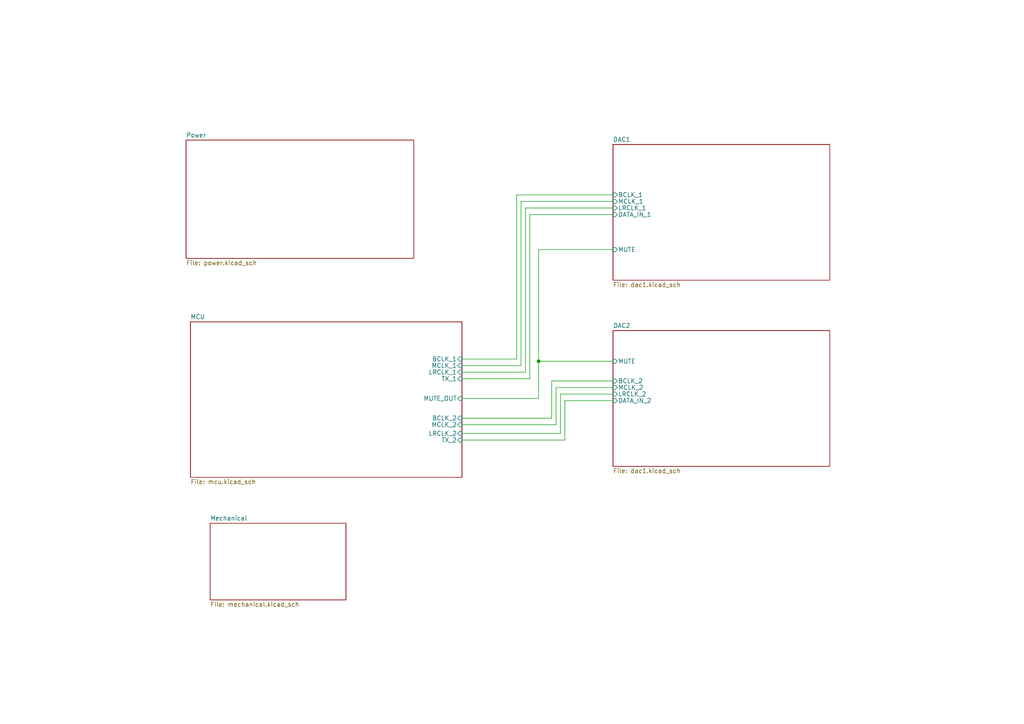
<source format=kicad_sch>
(kicad_sch (version 20230121) (generator eeschema)
  (paper "A4")
  (lib_symbols)
  (junction (at 156.21 104.775))
  (wire (pts (xy 161.29 123.19) (xy 161.29 112.395)))
  (wire (pts (xy 160.02 110.49) (xy 177.8 110.49)))
  (wire (pts (xy 133.985 123.19) (xy 161.29 123.19)))
  (wire (pts (xy 152.4 107.95) (xy 152.4 60.325)))
  (wire (pts (xy 156.21 104.775) (xy 177.8 104.775)))
  (wire (pts (xy 153.67 109.855) (xy 153.67 62.23)))
  (wire (pts (xy 152.4 60.325) (xy 177.8 60.325)))
  (wire (pts (xy 160.02 121.285) (xy 160.02 110.49)))
  (wire (pts (xy 163.83 116.205) (xy 177.8 116.205)))
  (wire (pts (xy 133.985 109.855) (xy 153.67 109.855)))
  (wire (pts (xy 162.56 125.73) (xy 162.56 114.3)))
  (wire (pts (xy 133.985 121.285) (xy 160.02 121.285)))
  (wire (pts (xy 133.985 107.95) (xy 152.4 107.95)))
  (wire (pts (xy 162.56 114.3) (xy 177.8 114.3)))
  (wire (pts (xy 153.67 62.23) (xy 177.8 62.23)))
  (wire (pts (xy 133.985 115.57) (xy 156.21 115.57)))
  (wire (pts (xy 133.985 127.635) (xy 163.83 127.635)))
  (wire (pts (xy 151.13 58.42) (xy 177.8 58.42)))
  (wire (pts (xy 133.985 106.045) (xy 151.13 106.045)))
  (wire (pts (xy 149.86 56.515) (xy 177.8 56.515)))
  (wire (pts (xy 151.13 106.045) (xy 151.13 58.42)))
  (wire (pts (xy 161.29 112.395) (xy 177.8 112.395)))
  (wire (pts (xy 133.985 125.73) (xy 162.56 125.73)))
  (wire (pts (xy 149.86 104.14) (xy 149.86 56.515)))
  (wire (pts (xy 156.21 104.775) (xy 156.21 72.39)))
  (wire (pts (xy 133.985 104.14) (xy 149.86 104.14)))
  (wire (pts (xy 156.21 115.57) (xy 156.21 104.775)))
  (wire (pts (xy 163.83 127.635) (xy 163.83 116.205)))
  (wire (pts (xy 156.21 72.39) (xy 177.8 72.39)))
  (sheet (at 55.245 93.345) (size 78.74 45.085) (stroke (width 0.1524))
    (property "Sheetname" "MCU" (at 55.245 92.6334 0) (effects (justify left bottom)))
    (property "Sheetfile" "mcu.kicad_sch" (at 55.245 139.0146 0) (effects (justify left top)))
    (pin "MUTE_OUT" input (at 133.985 115.57 0))
    (pin "MCLK_1" input (at 133.985 106.045 0))
    (pin "LRCLK_1" input (at 133.985 107.95 0))
    (pin "BCLK_1" input (at 133.985 104.14 0))
    (pin "TX_2" input (at 133.985 127.635 0))
    (pin "BCLK_2" input (at 133.985 121.285 0))
    (pin "TX_1" input (at 133.985 109.855 0))
    (pin "MCLK_2" input (at 133.985 123.19 0))
    (pin "LRCLK_2" input (at 133.985 125.73 0))
  )
  (sheet (at 177.8 41.91) (size 62.865 39.37) (stroke (width 0.1524))
    (property "Sheetname" "DAC1" (at 177.8 41.1984 0) (effects (justify left bottom)))
    (property "Sheetfile" "dac1.kicad_sch" (at 177.8 81.8646 0) (effects (justify left top)))
    (pin "DATA_IN_${#}" input (at 177.8 62.23 180))
    (pin "MUTE" input (at 177.8 72.39 180))
    (pin "LRCLK_${#}" input (at 177.8 60.325 180))
    (pin "MCLK_${#}" input (at 177.8 58.42 180))
    (pin "BCLK_${#}" input (at 177.8 56.515 180))
  )
  (sheet (at 177.8 95.885) (size 62.865 39.37) (stroke (width 0.1524))
    (property "Sheetname" "DAC2" (at 177.8 95.1734 0) (effects (justify left bottom)))
    (property "Sheetfile" "dac1.kicad_sch" (at 177.8 135.8396 0) (effects (justify left top)))
    (pin "DATA_IN_${#}" input (at 177.8 116.205 180))
    (pin "MUTE" input (at 177.8 104.775 180))
    (pin "LRCLK_${#}" input (at 177.8 114.3 180))
    (pin "MCLK_${#}" input (at 177.8 112.395 180))
    (pin "BCLK_${#}" input (at 177.8 110.49 180))
  )
  (sheet (at 60.96 151.765) (size 39.37 22.225) (stroke (width 0.1524))
    (property "Sheetname" "Mechanical" (at 60.96 151.0534 0) (effects (justify left bottom)))
    (property "Sheetfile" "mechanical.kicad_sch" (at 60.96 174.5746 0) (effects (justify left top)))
  )
  (sheet (at 53.975 40.64) (size 66.04 34.29) (stroke (width 0.1524))
    (property "Sheetname" "Power" (at 53.975 39.9284 0) (effects (justify left bottom)))
    (property "Sheetfile" "power.kicad_sch" (at 53.975 75.5146 0) (effects (justify left top)))
  )
)
</source>
